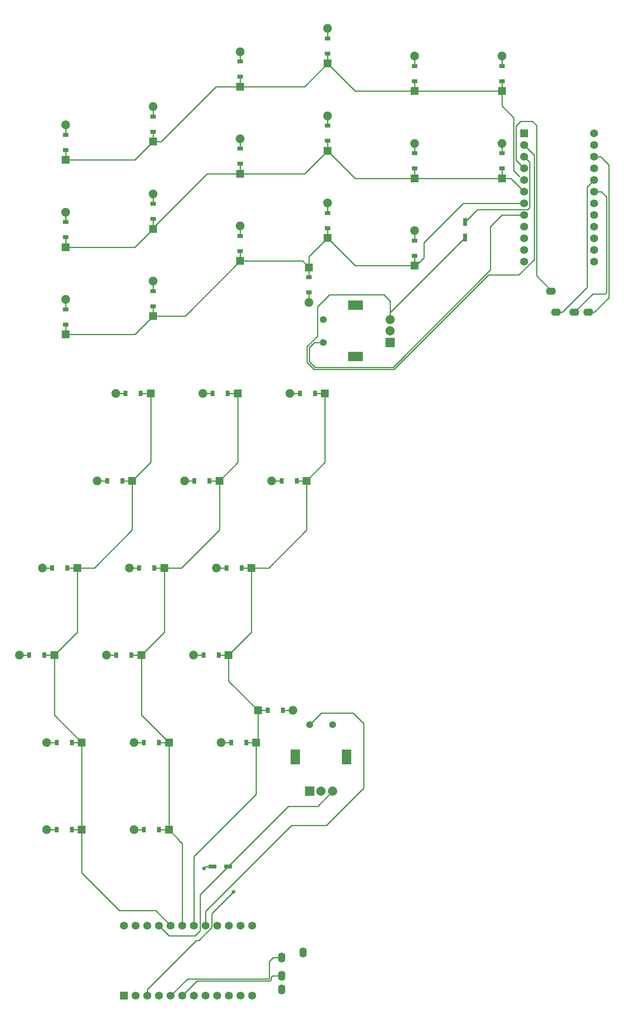
<source format=gbr>
%TF.GenerationSoftware,KiCad,Pcbnew,(6.0.7)*%
%TF.CreationDate,2022-08-26T13:32:48+02:00*%
%TF.ProjectId,lenz03_wired,6c656e7a-3033-45f7-9769-7265642e6b69,v1.0.0*%
%TF.SameCoordinates,Original*%
%TF.FileFunction,Copper,L1,Top*%
%TF.FilePolarity,Positive*%
%FSLAX46Y46*%
G04 Gerber Fmt 4.6, Leading zero omitted, Abs format (unit mm)*
G04 Created by KiCad (PCBNEW (6.0.7)) date 2022-08-26 13:32:48*
%MOMM*%
%LPD*%
G01*
G04 APERTURE LIST*
%TA.AperFunction,ComponentPad*%
%ADD10C,1.905000*%
%TD*%
%TA.AperFunction,SMDPad,CuDef*%
%ADD11R,0.900000X1.200000*%
%TD*%
%TA.AperFunction,ComponentPad*%
%ADD12R,1.778000X1.778000*%
%TD*%
%TA.AperFunction,SMDPad,CuDef*%
%ADD13R,1.200000X0.900000*%
%TD*%
%TA.AperFunction,SMDPad,CuDef*%
%ADD14R,0.900000X1.700000*%
%TD*%
%TA.AperFunction,ComponentPad*%
%ADD15O,1.600000X2.200000*%
%TD*%
%TA.AperFunction,ComponentPad*%
%ADD16R,1.752600X1.752600*%
%TD*%
%TA.AperFunction,ComponentPad*%
%ADD17C,1.752600*%
%TD*%
%TA.AperFunction,SMDPad,CuDef*%
%ADD18R,1.700000X0.900000*%
%TD*%
%TA.AperFunction,ComponentPad*%
%ADD19R,3.200000X2.000000*%
%TD*%
%TA.AperFunction,ComponentPad*%
%ADD20C,1.500000*%
%TD*%
%TA.AperFunction,ComponentPad*%
%ADD21R,2.000000X2.000000*%
%TD*%
%TA.AperFunction,ComponentPad*%
%ADD22C,2.000000*%
%TD*%
%TA.AperFunction,ComponentPad*%
%ADD23O,2.200000X1.600000*%
%TD*%
%TA.AperFunction,ComponentPad*%
%ADD24R,2.000000X3.200000*%
%TD*%
%TA.AperFunction,ViaPad*%
%ADD25C,0.800000*%
%TD*%
%TA.AperFunction,Conductor*%
%ADD26C,0.250000*%
%TD*%
G04 APERTURE END LIST*
D10*
%TO.P,D26,1*%
%TO.N,mirror_ring_home*%
X44851000Y-138712000D03*
D11*
%TO.N,P3*%
X50311000Y-138712000D03*
D12*
%TO.P,D26,2*%
X52471000Y-138712000D03*
D11*
%TO.N,mirror_ring_home*%
X47011000Y-138712000D03*
%TD*%
D10*
%TO.P,D1,1*%
%TO.N,prepinky_bottom*%
X31010000Y-80227000D03*
D13*
%TO.N,P19*%
X31010000Y-85687000D03*
%TO.P,D1,2*%
%TO.N,prepinky_bottom*%
X31010000Y-82387000D03*
D12*
%TO.N,P19*%
X31010000Y-87847000D03*
%TD*%
D13*
%TO.P,D12,1*%
%TO.N,P21*%
X88010000Y-26687000D03*
D10*
%TO.N,middle_top*%
X88010000Y-21227000D03*
D13*
%TO.P,D12,2*%
X88010000Y-23387000D03*
D12*
%TO.N,P21*%
X88010000Y-28847000D03*
%TD*%
D10*
%TO.P,D17,1*%
%TO.N,postindex_top*%
X126010000Y-27227000D03*
D13*
%TO.N,P21*%
X126010000Y-32687000D03*
%TO.P,D17,2*%
%TO.N,postindex_top*%
X126010000Y-29387000D03*
D12*
%TO.N,P21*%
X126010000Y-34847000D03*
%TD*%
D11*
%TO.P,D19,1*%
%TO.N,P4*%
X85311000Y-100712000D03*
D10*
%TO.N,mirror_prepinky_bottom*%
X79851000Y-100712000D03*
D11*
%TO.P,D19,2*%
X82011000Y-100712000D03*
D12*
%TO.N,P4*%
X87471000Y-100712000D03*
%TD*%
D14*
%TO.P,,1*%
%TO.N,RST*%
X118010000Y-63337000D03*
%TO.P,,2*%
%TO.N,GND*%
X118010000Y-66737000D03*
%TD*%
D11*
%TO.P,D32,1*%
%TO.N,P3*%
X51311000Y-176712000D03*
D10*
%TO.N,mirror_index_home*%
X45851000Y-176712000D03*
D11*
%TO.P,D32,2*%
X48011000Y-176712000D03*
D12*
%TO.N,P3*%
X53471000Y-176712000D03*
%TD*%
D13*
%TO.P,D3,1*%
%TO.N,P21*%
X31010000Y-47687000D03*
D10*
%TO.N,prepinky_top*%
X31010000Y-42227000D03*
D12*
%TO.P,D3,2*%
%TO.N,P21*%
X31010000Y-49847000D03*
D13*
%TO.N,prepinky_top*%
X31010000Y-44387000D03*
%TD*%
D10*
%TO.P,D10,1*%
%TO.N,middle_bottom*%
X88010000Y-59227000D03*
D13*
%TO.N,P19*%
X88010000Y-64687000D03*
D12*
%TO.P,D10,2*%
X88010000Y-66847000D03*
D13*
%TO.N,middle_bottom*%
X88010000Y-61387000D03*
%TD*%
D10*
%TO.P,D11,1*%
%TO.N,middle_home*%
X88010000Y-40227000D03*
D13*
%TO.N,P20*%
X88010000Y-45687000D03*
%TO.P,D11,2*%
%TO.N,middle_home*%
X88010000Y-42387000D03*
D12*
%TO.N,P20*%
X88010000Y-47847000D03*
%TD*%
D15*
%TO.P,REF\u002A\u002A,1*%
%TO.N,VCC*%
X82661000Y-222412000D03*
%TO.P,REF\u002A\u002A,2*%
%TO.N,P21*%
X78061000Y-223512000D03*
%TO.P,REF\u002A\u002A,3*%
%TO.N,P20*%
X78061000Y-227512000D03*
%TO.P,REF\u002A\u002A,4*%
%TO.N,GND*%
X78061000Y-230512000D03*
%TD*%
D16*
%TO.P,MCU1,1*%
%TO.N,RAW*%
X130890000Y-44067000D03*
D17*
%TO.P,MCU1,2*%
%TO.N,GND*%
X130890000Y-46607000D03*
%TO.P,MCU1,3*%
%TO.N,RST*%
X130890000Y-49147000D03*
%TO.P,MCU1,4*%
%TO.N,VCC*%
X130890000Y-51687000D03*
%TO.P,MCU1,5*%
%TO.N,P21*%
X130890000Y-54227000D03*
%TO.P,MCU1,6*%
%TO.N,P20*%
X130890000Y-56767000D03*
%TO.P,MCU1,7*%
%TO.N,P19*%
X130890000Y-59307000D03*
%TO.P,MCU1,8*%
%TO.N,P18*%
X130890000Y-61847000D03*
%TO.P,MCU1,9*%
%TO.N,P15*%
X130890000Y-64387000D03*
%TO.P,MCU1,10*%
%TO.N,P14*%
X130890000Y-66927000D03*
%TO.P,MCU1,11*%
%TO.N,P16*%
X130890000Y-69467000D03*
%TO.P,MCU1,12*%
%TO.N,P10*%
X130890000Y-72007000D03*
%TO.P,MCU1,13*%
%TO.N,P1*%
X146130000Y-44067000D03*
%TO.P,MCU1,14*%
%TO.N,P0*%
X146130000Y-46607000D03*
%TO.P,MCU1,15*%
%TO.N,GND*%
X146130000Y-49147000D03*
%TO.P,MCU1,16*%
X146130000Y-51687000D03*
%TO.P,MCU1,17*%
%TO.N,P2*%
X146130000Y-54227000D03*
%TO.P,MCU1,18*%
%TO.N,P3*%
X146130000Y-56767000D03*
%TO.P,MCU1,19*%
%TO.N,P4*%
X146130000Y-59307000D03*
%TO.P,MCU1,20*%
%TO.N,P5*%
X146130000Y-61847000D03*
%TO.P,MCU1,21*%
%TO.N,P6*%
X146130000Y-64387000D03*
%TO.P,MCU1,22*%
%TO.N,P7*%
X146130000Y-66927000D03*
%TO.P,MCU1,23*%
%TO.N,P8*%
X146130000Y-69467000D03*
%TO.P,MCU1,24*%
%TO.N,P9*%
X146130000Y-72007000D03*
%TD*%
D13*
%TO.P,D18,1*%
%TO.N,P19*%
X84010000Y-75387000D03*
D10*
%TO.N,near_home*%
X84010000Y-80847000D03*
D13*
%TO.P,D18,2*%
X84010000Y-78687000D03*
D12*
%TO.N,P19*%
X84010000Y-73227000D03*
%TD*%
D10*
%TO.P,D15,1*%
%TO.N,index_top*%
X107010000Y-27227000D03*
D13*
%TO.N,P21*%
X107010000Y-32687000D03*
%TO.P,D15,2*%
%TO.N,index_top*%
X107010000Y-29387000D03*
D12*
%TO.N,P21*%
X107010000Y-34847000D03*
%TD*%
D18*
%TO.P,,1*%
%TO.N,RST*%
X62961000Y-203712000D03*
%TO.P,,2*%
%TO.N,GND*%
X66361000Y-203712000D03*
%TD*%
D10*
%TO.P,D23,1*%
%TO.N,mirror_pinky_home*%
X56851000Y-119712000D03*
D11*
%TO.N,P3*%
X62311000Y-119712000D03*
%TO.P,D23,2*%
%TO.N,mirror_pinky_home*%
X59011000Y-119712000D03*
D12*
%TO.N,P3*%
X64471000Y-119712000D03*
%TD*%
D10*
%TO.P,D16,1*%
%TO.N,postindex_home*%
X126010000Y-46227000D03*
D13*
%TO.N,P20*%
X126010000Y-51687000D03*
%TO.P,D16,2*%
%TO.N,postindex_home*%
X126010000Y-48387000D03*
D12*
%TO.N,P20*%
X126010000Y-53847000D03*
%TD*%
D10*
%TO.P,D24,1*%
%TO.N,mirror_pinky_top*%
X37851000Y-119712000D03*
D11*
%TO.N,P2*%
X43311000Y-119712000D03*
%TO.P,D24,2*%
%TO.N,mirror_pinky_top*%
X40011000Y-119712000D03*
D12*
%TO.N,P2*%
X45471000Y-119712000D03*
%TD*%
D11*
%TO.P,D22,1*%
%TO.N,P4*%
X81311000Y-119712000D03*
D10*
%TO.N,mirror_pinky_bottom*%
X75851000Y-119712000D03*
D11*
%TO.P,D22,2*%
X78011000Y-119712000D03*
D12*
%TO.N,P4*%
X83471000Y-119712000D03*
%TD*%
D10*
%TO.P,D20,1*%
%TO.N,mirror_prepinky_home*%
X60851000Y-100712000D03*
D11*
%TO.N,P3*%
X66311000Y-100712000D03*
D12*
%TO.P,D20,2*%
X68471000Y-100712000D03*
D11*
%TO.N,mirror_prepinky_home*%
X63011000Y-100712000D03*
%TD*%
D19*
%TO.P,ROT1,*%
%TO.N,*%
X94130000Y-92677000D03*
X94130000Y-81477000D03*
D20*
%TO.P,ROT1,1*%
%TO.N,P18*%
X87130000Y-89577000D03*
%TO.P,ROT1,2*%
%TO.N,near_home*%
X87130000Y-84577000D03*
D21*
%TO.P,ROT1,A*%
%TO.N,P5*%
X101630000Y-89577000D03*
D22*
%TO.P,ROT1,B*%
%TO.N,GND*%
X101630000Y-84577000D03*
%TO.P,ROT1,C*%
%TO.N,P6*%
X101630000Y-87077000D03*
%TD*%
D13*
%TO.P,D9,1*%
%TO.N,P21*%
X69010000Y-31687000D03*
D10*
%TO.N,ring_top*%
X69010000Y-26227000D03*
D12*
%TO.P,D9,2*%
%TO.N,P21*%
X69010000Y-33847000D03*
D13*
%TO.N,ring_top*%
X69010000Y-28387000D03*
%TD*%
D10*
%TO.P,D8,1*%
%TO.N,ring_home*%
X69010000Y-45227000D03*
D13*
%TO.N,P20*%
X69010000Y-50687000D03*
D12*
%TO.P,D8,2*%
X69010000Y-52847000D03*
D13*
%TO.N,ring_home*%
X69010000Y-47387000D03*
%TD*%
D11*
%TO.P,D25,1*%
%TO.N,P4*%
X69311000Y-138712000D03*
D10*
%TO.N,mirror_ring_bottom*%
X63851000Y-138712000D03*
D11*
%TO.P,D25,2*%
X66011000Y-138712000D03*
D12*
%TO.N,P4*%
X71471000Y-138712000D03*
%TD*%
D13*
%TO.P,D7,1*%
%TO.N,P19*%
X69010000Y-69687000D03*
D10*
%TO.N,ring_bottom*%
X69010000Y-64227000D03*
D13*
%TO.P,D7,2*%
X69010000Y-66387000D03*
D12*
%TO.N,P19*%
X69010000Y-71847000D03*
%TD*%
D10*
%TO.P,D27,1*%
%TO.N,mirror_ring_top*%
X25851000Y-138712000D03*
D11*
%TO.N,P2*%
X31311000Y-138712000D03*
%TO.P,D27,2*%
%TO.N,mirror_ring_top*%
X28011000Y-138712000D03*
D12*
%TO.N,P2*%
X33471000Y-138712000D03*
%TD*%
D10*
%TO.P,D13,1*%
%TO.N,index_bottom*%
X107010000Y-65227000D03*
D13*
%TO.N,P19*%
X107010000Y-70687000D03*
%TO.P,D13,2*%
%TO.N,index_bottom*%
X107010000Y-67387000D03*
D12*
%TO.N,P19*%
X107010000Y-72847000D03*
%TD*%
D11*
%TO.P,D21,1*%
%TO.N,P2*%
X47311000Y-100712000D03*
D10*
%TO.N,mirror_prepinky_top*%
X41851000Y-100712000D03*
D11*
%TO.P,D21,2*%
X44011000Y-100712000D03*
D12*
%TO.N,P2*%
X49471000Y-100712000D03*
%TD*%
D13*
%TO.P,D5,1*%
%TO.N,P20*%
X50010000Y-62687000D03*
D10*
%TO.N,pinky_home*%
X50010000Y-57227000D03*
D12*
%TO.P,D5,2*%
%TO.N,P20*%
X50010000Y-64847000D03*
D13*
%TO.N,pinky_home*%
X50010000Y-59387000D03*
%TD*%
D11*
%TO.P,D33,1*%
%TO.N,P2*%
X32311000Y-176712000D03*
D10*
%TO.N,mirror_index_top*%
X26851000Y-176712000D03*
D12*
%TO.P,D33,2*%
%TO.N,P2*%
X34471000Y-176712000D03*
D11*
%TO.N,mirror_index_top*%
X29011000Y-176712000D03*
%TD*%
D10*
%TO.P,D30,1*%
%TO.N,mirror_middle_top*%
X20851000Y-157712000D03*
D11*
%TO.N,P2*%
X26311000Y-157712000D03*
D12*
%TO.P,D30,2*%
X28471000Y-157712000D03*
D11*
%TO.N,mirror_middle_top*%
X23011000Y-157712000D03*
%TD*%
D10*
%TO.P,D6,1*%
%TO.N,pinky_top*%
X50010000Y-38227000D03*
D13*
%TO.N,P21*%
X50010000Y-43687000D03*
%TO.P,D6,2*%
%TO.N,pinky_top*%
X50010000Y-40387000D03*
D12*
%TO.N,P21*%
X50010000Y-45847000D03*
%TD*%
D13*
%TO.P,D14,1*%
%TO.N,P20*%
X107010000Y-51687000D03*
D10*
%TO.N,index_home*%
X107010000Y-46227000D03*
D13*
%TO.P,D14,2*%
X107010000Y-48387000D03*
D12*
%TO.N,P20*%
X107010000Y-53847000D03*
%TD*%
D23*
%TO.P,REF\u002A\u002A,1*%
%TO.N,VCC*%
X136710000Y-78437000D03*
%TO.P,REF\u002A\u002A,2*%
%TO.N,P2*%
X137810000Y-83037000D03*
%TO.P,REF\u002A\u002A,3*%
%TO.N,P3*%
X141810000Y-83037000D03*
%TO.P,REF\u002A\u002A,4*%
%TO.N,GND*%
X144810000Y-83037000D03*
%TD*%
D11*
%TO.P,D35,1*%
%TO.N,P2*%
X32311000Y-195712000D03*
D10*
%TO.N,mirror_postindex_top*%
X26851000Y-195712000D03*
D11*
%TO.P,D35,2*%
X29011000Y-195712000D03*
D12*
%TO.N,P2*%
X34471000Y-195712000D03*
%TD*%
D10*
%TO.P,D28,1*%
%TO.N,mirror_middle_bottom*%
X58851000Y-157712000D03*
D11*
%TO.N,P4*%
X64311000Y-157712000D03*
%TO.P,D28,2*%
%TO.N,mirror_middle_bottom*%
X61011000Y-157712000D03*
D12*
%TO.N,P4*%
X66471000Y-157712000D03*
%TD*%
D16*
%TO.P,MCU2,1*%
%TO.N,RAW*%
X43691000Y-231832000D03*
D17*
%TO.P,MCU2,2*%
%TO.N,GND*%
X46231000Y-231832000D03*
%TO.P,MCU2,3*%
%TO.N,RST*%
X48771000Y-231832000D03*
%TO.P,MCU2,4*%
%TO.N,VCC*%
X51311000Y-231832000D03*
%TO.P,MCU2,5*%
%TO.N,P21*%
X53851000Y-231832000D03*
%TO.P,MCU2,6*%
%TO.N,P20*%
X56391000Y-231832000D03*
%TO.P,MCU2,7*%
%TO.N,P19*%
X58931000Y-231832000D03*
%TO.P,MCU2,8*%
%TO.N,P18*%
X61471000Y-231832000D03*
%TO.P,MCU2,9*%
%TO.N,P15*%
X64011000Y-231832000D03*
%TO.P,MCU2,10*%
%TO.N,P14*%
X66551000Y-231832000D03*
%TO.P,MCU2,11*%
%TO.N,P16*%
X69091000Y-231832000D03*
%TO.P,MCU2,12*%
%TO.N,P10*%
X71631000Y-231832000D03*
%TO.P,MCU2,13*%
%TO.N,P1*%
X43691000Y-216592000D03*
%TO.P,MCU2,14*%
%TO.N,P0*%
X46231000Y-216592000D03*
%TO.P,MCU2,15*%
%TO.N,GND*%
X48771000Y-216592000D03*
%TO.P,MCU2,16*%
X51311000Y-216592000D03*
%TO.P,MCU2,17*%
%TO.N,P2*%
X53851000Y-216592000D03*
%TO.P,MCU2,18*%
%TO.N,P3*%
X56391000Y-216592000D03*
%TO.P,MCU2,19*%
%TO.N,P4*%
X58931000Y-216592000D03*
%TO.P,MCU2,20*%
%TO.N,P5*%
X61471000Y-216592000D03*
%TO.P,MCU2,21*%
%TO.N,P6*%
X64011000Y-216592000D03*
%TO.P,MCU2,22*%
%TO.N,P7*%
X66551000Y-216592000D03*
%TO.P,MCU2,23*%
%TO.N,P8*%
X69091000Y-216592000D03*
%TO.P,MCU2,24*%
%TO.N,P9*%
X71631000Y-216592000D03*
%TD*%
D10*
%TO.P,D31,1*%
%TO.N,mirror_index_bottom*%
X64851000Y-176712000D03*
D11*
%TO.N,P4*%
X70311000Y-176712000D03*
%TO.P,D31,2*%
%TO.N,mirror_index_bottom*%
X67011000Y-176712000D03*
D12*
%TO.N,P4*%
X72471000Y-176712000D03*
%TD*%
D13*
%TO.P,D4,1*%
%TO.N,P19*%
X50010000Y-81687000D03*
D10*
%TO.N,pinky_bottom*%
X50010000Y-76227000D03*
D13*
%TO.P,D4,2*%
X50010000Y-78387000D03*
D12*
%TO.N,P19*%
X50010000Y-83847000D03*
%TD*%
D24*
%TO.P,ROT2,*%
%TO.N,*%
X81021000Y-179832000D03*
X92221000Y-179832000D03*
D20*
%TO.P,ROT2,1*%
%TO.N,P5*%
X84121000Y-172832000D03*
%TO.P,ROT2,2*%
%TO.N,mirror_near_home*%
X89121000Y-172832000D03*
D21*
%TO.P,ROT2,A*%
%TO.N,P18*%
X84121000Y-187332000D03*
D22*
%TO.P,ROT2,B*%
%TO.N,GND*%
X89121000Y-187332000D03*
%TO.P,ROT2,C*%
%TO.N,P15*%
X86621000Y-187332000D03*
%TD*%
D10*
%TO.P,D34,1*%
%TO.N,mirror_postindex_home*%
X45851000Y-195712000D03*
D11*
%TO.N,P3*%
X51311000Y-195712000D03*
%TO.P,D34,2*%
%TO.N,mirror_postindex_home*%
X48011000Y-195712000D03*
D12*
%TO.N,P3*%
X53471000Y-195712000D03*
%TD*%
D10*
%TO.P,D29,1*%
%TO.N,mirror_middle_home*%
X39851000Y-157712000D03*
D11*
%TO.N,P3*%
X45311000Y-157712000D03*
%TO.P,D29,2*%
%TO.N,mirror_middle_home*%
X42011000Y-157712000D03*
D12*
%TO.N,P3*%
X47471000Y-157712000D03*
%TD*%
D10*
%TO.P,D36,1*%
%TO.N,mirror_near_home*%
X80471000Y-169712000D03*
D11*
%TO.N,P4*%
X75011000Y-169712000D03*
%TO.P,D36,2*%
%TO.N,mirror_near_home*%
X78311000Y-169712000D03*
D12*
%TO.N,P4*%
X72851000Y-169712000D03*
%TD*%
D10*
%TO.P,D2,1*%
%TO.N,prepinky_home*%
X31010000Y-61227000D03*
D13*
%TO.N,P20*%
X31010000Y-66687000D03*
%TO.P,D2,2*%
%TO.N,prepinky_home*%
X31010000Y-63387000D03*
D12*
%TO.N,P20*%
X31010000Y-68847000D03*
%TD*%
D25*
%TO.N,RST*%
X61087000Y-204159000D03*
X67564000Y-209239000D03*
%TD*%
D26*
%TO.N,P4*%
X72851000Y-169712000D02*
X72851000Y-176332000D01*
X72851000Y-169712000D02*
X75011000Y-169712000D01*
X85311000Y-100712000D02*
X87471000Y-100712000D01*
X72851000Y-176332000D02*
X72471000Y-176712000D01*
X66471000Y-157712000D02*
X64311000Y-157712000D01*
X71471000Y-138712000D02*
X71471000Y-152712000D01*
X72471000Y-176712000D02*
X70311000Y-176712000D01*
X87471000Y-115712000D02*
X83471000Y-119712000D01*
X58931000Y-201489000D02*
X58931000Y-216592000D01*
X71471000Y-152712000D02*
X66471000Y-157712000D01*
X72471000Y-187949000D02*
X58931000Y-201489000D01*
X83471000Y-130449371D02*
X75208371Y-138712000D01*
X81311000Y-119712000D02*
X83471000Y-119712000D01*
X66471000Y-157712000D02*
X66471000Y-163332000D01*
X72471000Y-176712000D02*
X72471000Y-187949000D01*
X87471000Y-100712000D02*
X87471000Y-115712000D01*
X66471000Y-163332000D02*
X72851000Y-169712000D01*
X83471000Y-119712000D02*
X83471000Y-130449371D01*
X71471000Y-138712000D02*
X69311000Y-138712000D01*
X75208371Y-138712000D02*
X71471000Y-138712000D01*
%TO.N,prepinky_bottom*%
X31010000Y-82387000D02*
X31010000Y-80227000D01*
%TO.N,P19*%
X84010000Y-73227000D02*
X84010000Y-75387000D01*
X107010000Y-72847000D02*
X107307000Y-72847000D01*
X31010000Y-87847000D02*
X46010000Y-87847000D01*
X109039000Y-67813000D02*
X117545000Y-59307000D01*
X109039000Y-71115000D02*
X109039000Y-67813000D01*
X94010000Y-72847000D02*
X107010000Y-72847000D01*
X88010000Y-66847000D02*
X94010000Y-72847000D01*
X117545000Y-59307000D02*
X130890000Y-59307000D01*
X46010000Y-87847000D02*
X50010000Y-83847000D01*
X84010000Y-73227000D02*
X84010000Y-70847000D01*
X69010000Y-71847000D02*
X69010000Y-69687000D01*
X107010000Y-72847000D02*
X107010000Y-70687000D01*
X84010000Y-70847000D02*
X88010000Y-66847000D01*
X50010000Y-83847000D02*
X50010000Y-81687000D01*
X82630000Y-71847000D02*
X84010000Y-73227000D01*
X88010000Y-64687000D02*
X88010000Y-66847000D01*
X57010000Y-83847000D02*
X69010000Y-71847000D01*
X107307000Y-72847000D02*
X109039000Y-71115000D01*
X31010000Y-87847000D02*
X31010000Y-85687000D01*
X50010000Y-83847000D02*
X57010000Y-83847000D01*
X69010000Y-71847000D02*
X82630000Y-71847000D01*
%TO.N,prepinky_home*%
X31010000Y-63387000D02*
X31010000Y-61227000D01*
%TO.N,P20*%
X75761000Y-228348396D02*
X75497396Y-228612000D01*
X69010000Y-52847000D02*
X83010000Y-52847000D01*
X83010000Y-52847000D02*
X88010000Y-47847000D01*
X94010000Y-53847000D02*
X107010000Y-53847000D01*
X127970000Y-53847000D02*
X130890000Y-56767000D01*
X88010000Y-47847000D02*
X88010000Y-45687000D01*
X59611000Y-228612000D02*
X56391000Y-231832000D01*
X75761000Y-227781000D02*
X75761000Y-228348396D01*
X126010000Y-53847000D02*
X127970000Y-53847000D01*
X75497396Y-228612000D02*
X59611000Y-228612000D01*
X126010000Y-53847000D02*
X126010000Y-51687000D01*
X31010000Y-68847000D02*
X31010000Y-66687000D01*
X50010000Y-64847000D02*
X50010000Y-64612000D01*
X88010000Y-47847000D02*
X94010000Y-53847000D01*
X69010000Y-52847000D02*
X69010000Y-50687000D01*
X31010000Y-68847000D02*
X46010000Y-68847000D01*
X107010000Y-53847000D02*
X126010000Y-53847000D01*
X78061000Y-227512000D02*
X76030000Y-227512000D01*
X61775000Y-52847000D02*
X69010000Y-52847000D01*
X50010000Y-64847000D02*
X50010000Y-62687000D01*
X76030000Y-227512000D02*
X75761000Y-227781000D01*
X107010000Y-53847000D02*
X107010000Y-51687000D01*
X50010000Y-64612000D02*
X61775000Y-52847000D01*
X46010000Y-68847000D02*
X50010000Y-64847000D01*
%TO.N,prepinky_top*%
X31010000Y-44387000D02*
X31010000Y-42227000D01*
%TO.N,P21*%
X76151000Y-223512000D02*
X78061000Y-223512000D01*
X128597000Y-40635000D02*
X128597000Y-52192000D01*
X126010000Y-34847000D02*
X126010000Y-32687000D01*
X57521000Y-228162000D02*
X75311000Y-228162000D01*
X51757000Y-45847000D02*
X63757000Y-33847000D01*
X69010000Y-33847000D02*
X83010000Y-33847000D01*
X88010000Y-28847000D02*
X88010000Y-26687000D01*
X126010000Y-38048000D02*
X128597000Y-40635000D01*
X107010000Y-34847000D02*
X107010000Y-32687000D01*
X50010000Y-45847000D02*
X51757000Y-45847000D01*
X94010000Y-34847000D02*
X107010000Y-34847000D01*
X69010000Y-33847000D02*
X69010000Y-31687000D01*
X31010000Y-49847000D02*
X46010000Y-49847000D01*
X63757000Y-33847000D02*
X69010000Y-33847000D01*
X107010000Y-34847000D02*
X126010000Y-34847000D01*
X46010000Y-49847000D02*
X50010000Y-45847000D01*
X75311000Y-228162000D02*
X75311000Y-224352000D01*
X31010000Y-49847000D02*
X31010000Y-47687000D01*
X128597000Y-52192000D02*
X129867000Y-53462000D01*
X83010000Y-33847000D02*
X88010000Y-28847000D01*
X53851000Y-231832000D02*
X57521000Y-228162000D01*
X88010000Y-28847000D02*
X94010000Y-34847000D01*
X126010000Y-34847000D02*
X126010000Y-38048000D01*
X75311000Y-224352000D02*
X76151000Y-223512000D01*
X50010000Y-45847000D02*
X50010000Y-43687000D01*
%TO.N,pinky_bottom*%
X50010000Y-78387000D02*
X50010000Y-76227000D01*
%TO.N,pinky_home*%
X50010000Y-59387000D02*
X50010000Y-57227000D01*
%TO.N,pinky_top*%
X50010000Y-40387000D02*
X50010000Y-38227000D01*
%TO.N,ring_bottom*%
X69010000Y-66387000D02*
X69010000Y-64227000D01*
%TO.N,ring_home*%
X69010000Y-47387000D02*
X69010000Y-45227000D01*
%TO.N,ring_top*%
X69010000Y-28387000D02*
X69010000Y-26227000D01*
%TO.N,middle_bottom*%
X88010000Y-61387000D02*
X88010000Y-59227000D01*
%TO.N,middle_home*%
X88010000Y-42387000D02*
X88010000Y-40227000D01*
%TO.N,middle_top*%
X88010000Y-23387000D02*
X88010000Y-21227000D01*
%TO.N,index_bottom*%
X107010000Y-67387000D02*
X107010000Y-65227000D01*
%TO.N,index_home*%
X107010000Y-48387000D02*
X107010000Y-46227000D01*
%TO.N,index_top*%
X107010000Y-29387000D02*
X107010000Y-27227000D01*
%TO.N,P18*%
X85290000Y-94991000D02*
X102308000Y-94991000D01*
X123517000Y-73782000D02*
X123517000Y-64384000D01*
X87130000Y-89577000D02*
X85116000Y-89577000D01*
X84020000Y-90673000D02*
X84020000Y-93721000D01*
X102308000Y-94991000D02*
X123517000Y-73782000D01*
X85116000Y-89577000D02*
X84020000Y-90673000D01*
X123517000Y-64384000D02*
X126054000Y-61847000D01*
X126054000Y-61847000D02*
X130890000Y-61847000D01*
X84020000Y-93721000D02*
X85290000Y-94991000D01*
%TO.N,postindex_home*%
X126010000Y-48387000D02*
X126010000Y-46227000D01*
%TO.N,postindex_top*%
X126010000Y-29387000D02*
X126010000Y-27227000D01*
%TO.N,near_home*%
X84010000Y-78687000D02*
X84010000Y-80847000D01*
%TO.N,P5*%
X86614000Y-170250000D02*
X93599000Y-170250000D01*
X95885000Y-186633000D02*
X87757000Y-194761000D01*
X95885000Y-172536000D02*
X95885000Y-186633000D01*
X93599000Y-170250000D02*
X95885000Y-172536000D01*
X86614000Y-170339000D02*
X86614000Y-170250000D01*
X84121000Y-172832000D02*
X86614000Y-170339000D01*
X87757000Y-194761000D02*
X80137000Y-194761000D01*
X80137000Y-194761000D02*
X61471000Y-213427000D01*
X61471000Y-213427000D02*
X61471000Y-216592000D01*
%TO.N,GND*%
X53483000Y-218764000D02*
X51311000Y-216592000D01*
X100281000Y-79168000D02*
X101630000Y-80517000D01*
X149310000Y-79866000D02*
X149310000Y-50934000D01*
X123049698Y-74885698D02*
X102494396Y-95441000D01*
X83570000Y-93907396D02*
X83570000Y-90486604D01*
X133047000Y-48764000D02*
X133047000Y-71548895D01*
X85883000Y-190570000D02*
X79502000Y-190570000D01*
X130890000Y-46607000D02*
X133047000Y-48764000D01*
X101630000Y-80517000D02*
X101630000Y-84577000D01*
X89121000Y-187332000D02*
X85883000Y-190570000D01*
X88470000Y-79168000D02*
X100281000Y-79168000D01*
X60269700Y-209803300D02*
X60269700Y-217676300D01*
X144810000Y-83037000D02*
X146139000Y-83037000D01*
X101630000Y-84577000D02*
X101630000Y-83117000D01*
X85803000Y-81835000D02*
X88470000Y-79168000D01*
X102494396Y-95441000D02*
X85103604Y-95441000D01*
X66361000Y-203712000D02*
X60269700Y-209803300D01*
X133047000Y-71548895D02*
X129710197Y-74885698D01*
X59182000Y-218764000D02*
X53483000Y-218764000D01*
X66361000Y-203711000D02*
X66361000Y-203712000D01*
X85803000Y-88253604D02*
X85803000Y-81835000D01*
X79502000Y-190570000D02*
X66361000Y-203711000D01*
X146139000Y-83037000D02*
X149310000Y-79866000D01*
X101630000Y-83117000D02*
X118010000Y-66737000D01*
X149310000Y-50934000D02*
X147523000Y-49147000D01*
X60269700Y-217676300D02*
X59182000Y-218764000D01*
X147523000Y-49147000D02*
X146130000Y-49147000D01*
X129710197Y-74885698D02*
X123049698Y-74885698D01*
X83570000Y-90486604D02*
X85803000Y-88253604D01*
X85103604Y-95441000D02*
X83570000Y-93907396D01*
%TO.N,mirror_prepinky_bottom*%
X79851000Y-100712000D02*
X82011000Y-100712000D01*
%TO.N,mirror_prepinky_home*%
X60851000Y-100712000D02*
X63011000Y-100712000D01*
%TO.N,P3*%
X56391000Y-198701000D02*
X56391000Y-216592000D01*
X145858000Y-78989000D02*
X148536000Y-78989000D01*
X55626000Y-197936000D02*
X56391000Y-198701000D01*
X64471000Y-130449371D02*
X56208371Y-138712000D01*
X52471000Y-152712000D02*
X47471000Y-157712000D01*
X68471000Y-100712000D02*
X68471000Y-115712000D01*
X141810000Y-83037000D02*
X145858000Y-78989000D01*
X64471000Y-119712000D02*
X64471000Y-130449371D01*
X66311000Y-100712000D02*
X68471000Y-100712000D01*
X47471000Y-157712000D02*
X47471000Y-170712000D01*
X148536000Y-78989000D02*
X148860000Y-78665000D01*
X47471000Y-170712000D02*
X53471000Y-176712000D01*
X53471000Y-195712000D02*
X55626000Y-197867000D01*
X68471000Y-115712000D02*
X64471000Y-119712000D01*
X55626000Y-197867000D02*
X55626000Y-197936000D01*
X148860000Y-78665000D02*
X148860000Y-57907000D01*
X51311000Y-176712000D02*
X53471000Y-176712000D01*
X62311000Y-119712000D02*
X64471000Y-119712000D01*
X47471000Y-157712000D02*
X45311000Y-157712000D01*
X56208371Y-138712000D02*
X52471000Y-138712000D01*
X147720000Y-56767000D02*
X146130000Y-56767000D01*
X53471000Y-195712000D02*
X51311000Y-195712000D01*
X52471000Y-138712000D02*
X52471000Y-152712000D01*
X148860000Y-57907000D02*
X147720000Y-56767000D01*
X50311000Y-138712000D02*
X52471000Y-138712000D01*
X53471000Y-176712000D02*
X53471000Y-195712000D01*
%TO.N,mirror_prepinky_top*%
X41851000Y-100712000D02*
X44011000Y-100712000D01*
%TO.N,P2*%
X31311000Y-138712000D02*
X33471000Y-138712000D01*
X32311000Y-195712000D02*
X34471000Y-195712000D01*
X50673000Y-213414000D02*
X53851000Y-216592000D01*
X33471000Y-152712000D02*
X28471000Y-157712000D01*
X32311000Y-176712000D02*
X34471000Y-176712000D01*
X34471000Y-176712000D02*
X34471000Y-195712000D01*
X34471000Y-205102000D02*
X42672000Y-213303000D01*
X50673000Y-213303000D02*
X50673000Y-213414000D01*
X137810000Y-83037000D02*
X139154000Y-83037000D01*
X45471000Y-119712000D02*
X45471000Y-130449371D01*
X34471000Y-195712000D02*
X34471000Y-205102000D01*
X49471000Y-115712000D02*
X45471000Y-119712000D01*
X49471000Y-100712000D02*
X49471000Y-115712000D01*
X47311000Y-100712000D02*
X49471000Y-100712000D01*
X144599000Y-55758000D02*
X146130000Y-54227000D01*
X144599000Y-77592000D02*
X144599000Y-55758000D01*
X28471000Y-157712000D02*
X28471000Y-170712000D01*
X42672000Y-213303000D02*
X50673000Y-213303000D01*
X43311000Y-119712000D02*
X45471000Y-119712000D01*
X28471000Y-170712000D02*
X34471000Y-176712000D01*
X139154000Y-83037000D02*
X144599000Y-77592000D01*
X26311000Y-157712000D02*
X28471000Y-157712000D01*
X33471000Y-138712000D02*
X33471000Y-152712000D01*
X45471000Y-130449371D02*
X37208371Y-138712000D01*
X37208371Y-138712000D02*
X33471000Y-138712000D01*
%TO.N,mirror_pinky_bottom*%
X78011000Y-119712000D02*
X75851000Y-119712000D01*
%TO.N,mirror_pinky_home*%
X56851000Y-119712000D02*
X59011000Y-119712000D01*
%TO.N,mirror_pinky_top*%
X37851000Y-119712000D02*
X40011000Y-119712000D01*
%TO.N,mirror_ring_bottom*%
X66011000Y-138712000D02*
X63851000Y-138712000D01*
%TO.N,mirror_ring_home*%
X47011000Y-138712000D02*
X44851000Y-138712000D01*
%TO.N,mirror_ring_top*%
X25851000Y-138712000D02*
X28011000Y-138712000D01*
%TO.N,mirror_middle_bottom*%
X61011000Y-157712000D02*
X58851000Y-157712000D01*
%TO.N,mirror_middle_home*%
X42011000Y-157712000D02*
X39851000Y-157712000D01*
%TO.N,mirror_middle_top*%
X20851000Y-157712000D02*
X23011000Y-157712000D01*
%TO.N,mirror_index_bottom*%
X67011000Y-176712000D02*
X64851000Y-176712000D01*
%TO.N,mirror_index_home*%
X48011000Y-176712000D02*
X45851000Y-176712000D01*
%TO.N,mirror_index_top*%
X26851000Y-176712000D02*
X29011000Y-176712000D01*
%TO.N,mirror_postindex_home*%
X48011000Y-195712000D02*
X45851000Y-195712000D01*
%TO.N,mirror_postindex_top*%
X26851000Y-195712000D02*
X29011000Y-195712000D01*
%TO.N,mirror_near_home*%
X78311000Y-169712000D02*
X80471000Y-169712000D01*
%TO.N,RST*%
X132091300Y-60184700D02*
X131650000Y-60626000D01*
X132091300Y-50348300D02*
X132091300Y-60184700D01*
X48771000Y-230445000D02*
X59436000Y-219780000D01*
X48771000Y-231832000D02*
X48771000Y-230445000D01*
X61534000Y-203712000D02*
X61087000Y-204159000D01*
X59981895Y-219780000D02*
X62809700Y-216952195D01*
X62809700Y-213993300D02*
X67564000Y-209239000D01*
X62809700Y-216952195D02*
X62809700Y-213993300D01*
X59436000Y-219780000D02*
X59981895Y-219780000D01*
X62961000Y-203712000D02*
X61534000Y-203712000D01*
X131650000Y-60626000D02*
X120721000Y-60626000D01*
X130890000Y-49147000D02*
X132091300Y-50348300D01*
X120721000Y-60626000D02*
X118010000Y-63337000D01*
%TO.N,VCC*%
X130121000Y-41397000D02*
X129105000Y-42413000D01*
X132661000Y-41397000D02*
X130121000Y-41397000D01*
X136710000Y-78212000D02*
X133550000Y-75052000D01*
X129105000Y-49902000D02*
X130890000Y-51687000D01*
X133550000Y-75052000D02*
X133550000Y-42286000D01*
X133550000Y-42286000D02*
X132661000Y-41397000D01*
X129105000Y-42413000D02*
X129105000Y-49902000D01*
X136710000Y-78437000D02*
X136710000Y-78212000D01*
%TD*%
M02*

</source>
